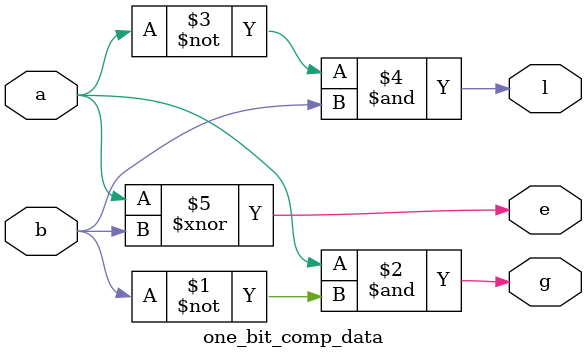
<source format=v>

module two_bit_comp(a,b,g,l,e);
input[1:0]a,b;
output g,l,e;

wire[9:1]w;

//instantiate the one bit comp to two bit

one_bit_comp_data com_0(a[0],b[0],w[7],w[6],w[5]);
one_bit_comp_data com_1(a[1],b[1],w[3],w[2],w[1]);

and g1(e,w[1],w[5]);
and g3(l,w[1],w[8]);
and g5(g,w[1],w[9]);

or g2(w[8],w[6],w[2]);
or g4(w[9],w[7],w[3]);
endmodule



//1 bit_comparator using data flow modeling

module one_bit_comp_data(a,b,g,l,e);
input a;
input b;
output g,l,e;

assign g = (a & ~b);
assign l = (~a & b);
assign e = (a ~^ b);

endmodule


</source>
